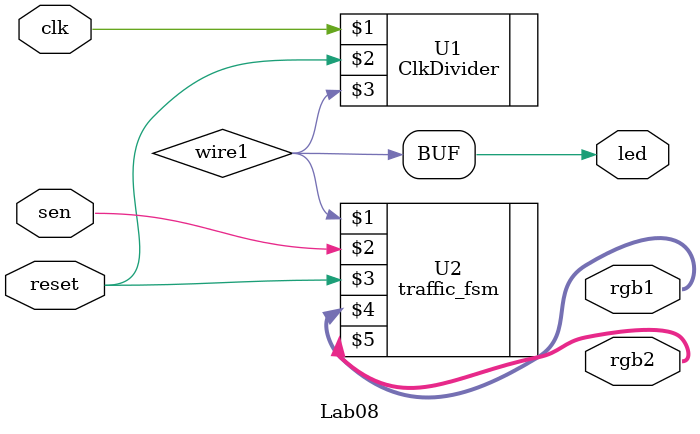
<source format=v>
module Lab08(
	input clk,
	input reset,
	input sen,
	output [3:0] rgb1,
	output [3:0] rgb2,
	output led
);


	wire wire1;

	ClkDivider U1(clk, reset, wire1);
	traffic_fsm U2(wire1, sen, reset, rgb1, rgb2);
	
	assign led = wire1;


endmodule

</source>
